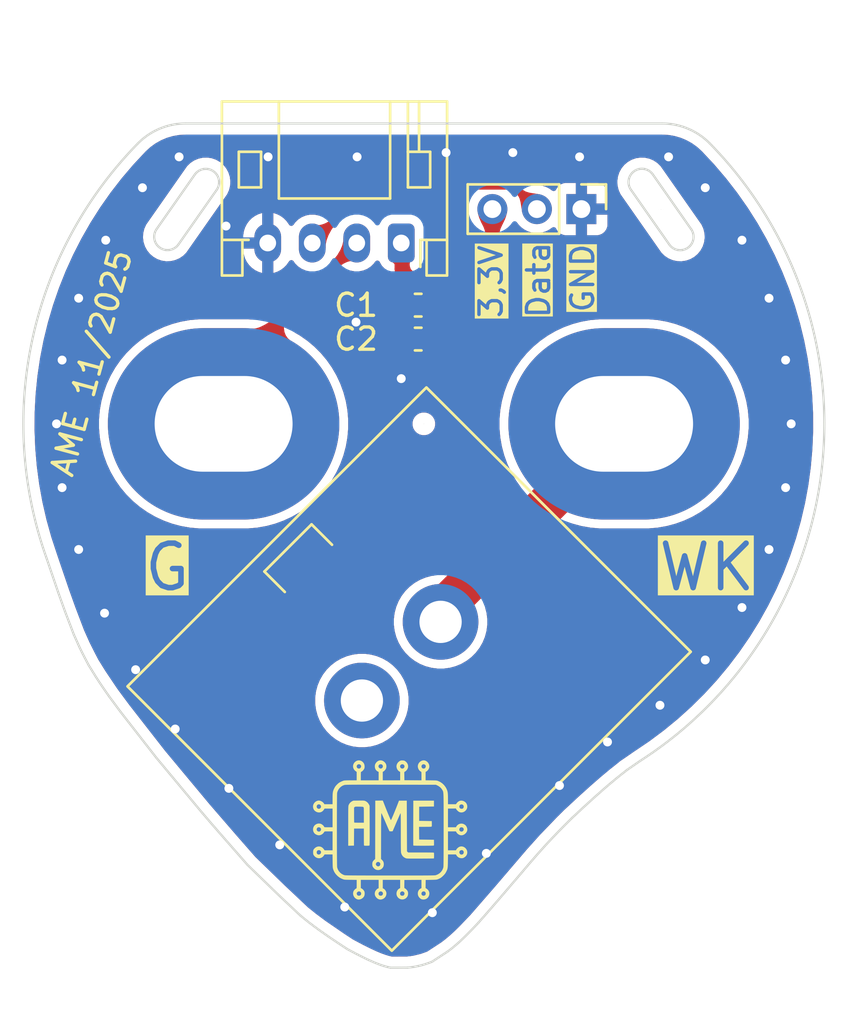
<source format=kicad_pcb>
(kicad_pcb (version 20241229) (generator "pcbnew") (generator_version "9.0")
  (layers (0 "F.Cu" signal) (2 "B.Cu" signal) (13 "F.Paste" user) (15 "B.Paste" user) (5 "F.SilkS" user "F.Silkscreen") (7 "B.SilkS" user "B.Silkscreen") (1 "F.Mask" user) (3 "B.Mask" user) (25 "Edge.Cuts" user))
  (net 0 "")
  (net 1 "GND")
  (net 2 "+3.3V")
  (net 3 "PRES_SENSE")
  (net 4 "Net-(J3-Pin_2)")
  (net 5 "TEMP_DQ")
  (footprint "MountingHole:MountingHole_4.3x6.2mm_M4_Pad" (layer "F.Cu") (at 91 100)
    (property "Reference" "H1" (hide yes))
    (property "Value" "G")
    (pad "1" thru_hole oval (at 0 0) (size 10.4 8.6) (drill oval 6.2 4.3) (layers "*.Cu" "*.Mask") (net 3 "PRES_SENSE"))
  )
  (footprint "myFoodprints:KFZ-2-POL-P5_DJ7021B-3.5-1121" (layer "F.Cu") (at 98.984 110.668 45)
    (property "Reference" "J3" (hide yes))
    (property "Value" "Conn_01x02_Pin")
    (pad "1" thru_hole circle (at -2.5 0 45) (size 3.4 3.4) (drill 1.9) (layers "*.Cu" "*.Mask"))
    (pad "2" thru_hole circle (at 2.5 0 45) (size 3.4 3.4) (drill 1.9) (layers "*.Cu" "*.Mask") (net 4 "Net-(J3-Pin_2)"))
  )
  (footprint "Capacitor_SMD:C_0603_1608Metric_Pad1.08x0.95mm_HandSolder" (layer "F.Cu") (at 99.746 96.19 180)
    (property "Reference" "C2" (at 2.794 0 0) (layer "F.SilkS"))
    (property "Value" "1μF")
    (pad "1" smd roundrect (at -0.8625 0 180) (size 1.075 0.95) (layers "F.Cu" "F.Mask" "F.Paste") (net 2 "+3.3V"))
    (pad "2" smd roundrect (at 0.8625 0 180) (size 1.075 0.95) (layers "F.Cu" "F.Mask" "F.Paste") (net 1 "GND"))
  )
  (footprint "AME-Logo:AME_logo_3_10mm" (layer "F.Cu") (at 98.476 118.288)
    (property "Reference" "G***" (hide yes))
    (property "Value" "LOGO" (hide yes))
  )
  (footprint "Connector_PinHeader_2.00mm:PinHeader_1x03_P2.00mm_Vertical" (layer "F.Cu") (at 107.08 90.348 -90)
    (property "Reference" "J2" (hide yes))
    (property "Value" "DS18B20")
    (pad "1" thru_hole rect (at 0 0 270) (size 1.35 1.35) (drill 0.8) (layers "*.Cu" "*.Mask") (net 1 "GND"))
    (pad "2" thru_hole circle (at 0 2 270) (size 1.35 1.35) (drill 0.8) (layers "*.Cu" "*.Mask") (net 5 "TEMP_DQ"))
    (pad "3" thru_hole circle (at 0 4 270) (size 1.35 1.35) (drill 0.8) (layers "*.Cu" "*.Mask") (net 2 "+3.3V"))
  )
  (footprint "Capacitor_SMD:C_0603_1608Metric_Pad1.08x0.95mm_HandSolder" (layer "F.Cu") (at 99.746 94.666 180)
    (property "Reference" "C1" (at 2.794 0 0) (layer "F.SilkS"))
    (property "Value" "100nF")
    (pad "1" smd roundrect (at -0.8625 0 180) (size 1.075 0.95) (layers "F.Cu" "F.Mask" "F.Paste") (net 2 "+3.3V"))
    (pad "2" smd roundrect (at 0.8625 0 180) (size 1.075 0.95) (layers "F.Cu" "F.Mask" "F.Paste") (net 1 "GND"))
  )
  (footprint "MountingHole:MountingHole_4.3x6.2mm_M4_Pad" (layer "F.Cu") (at 109 100)
    (property "Reference" "H2" (hide yes))
    (property "Value" "WK")
    (pad "1" thru_hole oval (at 0 0) (size 10.4 8.6) (drill oval 6.2 4.3) (layers "*.Cu" "*.Mask") (net 4 "Net-(J3-Pin_2)"))
  )
  (footprint "Connector_JST:JST_PH_S4B-PH-K_1x04_P2.00mm_Horizontal" (layer "F.Cu") (at 98.984 91.872 180)
    (property "Reference" "J1" (hide yes))
    (property "Value" "PressSensor")
    (pad "1" thru_hole roundrect (at 0 0 180) (size 1.2 1.75) (drill 0.75) (layers "*.Cu" "*.Mask") (roundrect_rratio 0.208333) (net 2 "+3.3V"))
    (pad "2" thru_hole oval (at 2 0 180) (size 1.2 1.75) (drill 0.75) (layers "*.Cu" "*.Mask") (net 3 "PRES_SENSE"))
    (pad "3" thru_hole oval (at 4 0 180) (size 1.2 1.75) (drill 0.75) (layers "*.Cu" "*.Mask") (net 5 "TEMP_DQ"))
    (pad "4" thru_hole oval (at 6 0 180) (size 1.2 1.75) (drill 0.75) (layers "*.Cu" "*.Mask") (net 1 "GND"))
  )
  (gr_curve (pts (xy 104.363207 120.209906) (xy 105.241717 119.169931) (xy 105.706955 118.653629) (xy 106.663207 117.709906)) (stroke (width 0.1)) (layer "Edge.Cuts"))
  (gr_line (start 109.307659 89.478196) (end 111.02839 91.935653) (stroke (width 0.1)) (layer "Edge.Cuts"))
  (gr_circle (center 110.659516 90.362779) (end 110.669516 90.362779) (stroke (width 0.0001)) (fill yes) (layer "Edge.Cuts"))
  (gr_arc (start 110.71214 86.5) (mid 111.874037 86.734138) (end 112.854571 87.4) (stroke (width 0.1)) (layer "Edge.Cuts"))
  (gr_line (start 100.375144 124.17032) (end 101.072425 123.714368) (stroke (width 0.1)) (layer "Edge.Cuts"))
  (gr_line (start 83.042224 106.036043) (end 83.575433 107.602047) (stroke (width 0.1)) (layer "Edge.Cuts"))
  (gr_line (start 85.268984 111.385414) (end 84.934076 110.845814) (stroke (width 0.1)) (layer "Edge.Cuts"))
  (gr_arc (start 112.854572 87.399999) (mid 117.887011 102.013674) (end 109.731372 115.142669) (stroke (width 0.1)) (layer "Edge.Cuts"))
  (gr_line (start 86.368414 112.94434) (end 85.857505 112.25501) (stroke (width 0.1)) (layer "Edge.Cuts"))
  (gr_curve (pts (xy 92.063207 119.809906) (xy 92.9375 120.659331) (xy 93.433938 121.153891) (xy 94.463207 122.109906)) (stroke (width 0.1)) (layer "Edge.Cuts"))
  (gr_line (start 109.731372 115.142669) (end 109.133758 115.55375) (stroke (width 0.1)) (layer "Edge.Cuts"))
  (gr_curve (pts (xy 90.063207 117.509906) (xy 90.511466 118.041055) (xy 90.981134 118.576041) (xy 92.063207 119.809906)) (stroke (width 0.1)) (layer "Edge.Cuts"))
  (gr_line (start 90.692339 89.478198) (end 88.97161 91.935653) (stroke (width 0.1)) (layer "Edge.Cuts"))
  (gr_arc (start 112.011375 91.247365) (mid 111.864035 92.082975) (end 111.02839 91.935653) (stroke (width 0.1)) (layer "Edge.Cuts"))
  (gr_line (start 89.287858 86.5) (end 110.71214 86.5) (stroke (width 0.1)) (layer "Edge.Cuts"))
  (gr_curve (pts (xy 101.072425 123.714368) (xy 101.419567 123.461628) (xy 101.763714 123.15936) (xy 102.463207 122.409906)) (stroke (width 0.1)) (layer "Edge.Cuts"))
  (gr_arc (start 88.971609 91.935652) (mid 88.135973 92.082998) (end 87.988627 91.247362) (stroke (width 0.1)) (layer "Edge.Cuts"))
  (gr_curve (pts (xy 84.524523 110.04223) (xy 84.655118 110.321301) (xy 84.8 110.586123) (xy 84.934076 110.845814)) (stroke (width 0.1)) (layer "Edge.Cuts"))
  (gr_line (start 112.011375 91.247365) (end 110.290642 88.789904) (stroke (width 0.1)) (layer "Edge.Cuts"))
  (gr_line (start 83.867028 108.416452) (end 84.267618 109.469839) (stroke (width 0.1)) (layer "Edge.Cuts"))
  (gr_curve (pts (xy 102.463207 122.409906) (xy 103.186656 121.593488) (xy 103.560941 121.14475) (xy 104.363207 120.209906)) (stroke (width 0.1)) (layer "Edge.Cuts"))
  (gr_arc (start 89.709356 88.789906) (mid 90.544994 88.64256) (end 90.692339 89.478198) (stroke (width 0.1)) (layer "Edge.Cuts"))
  (gr_circle (center 100 100) (end 100.01 100) (stroke (width 0.0001)) (fill yes) (layer "Edge.Cuts"))
  (gr_arc (start 109.307659 89.478196) (mid 109.455004 88.642559) (end 110.290642 88.789904) (stroke (width 0.1)) (layer "Edge.Cuts"))
  (gr_curve (pts (xy 99.268583 124.440315) (xy 99.649574 124.409442) (xy 100.017755 124.319021) (xy 100.375144 124.17032)) (stroke (width 0.1)) (layer "Edge.Cuts"))
  (gr_arc (start 87.145429 87.4) (mid 88.125962 86.734137) (end 89.287858 86.5) (stroke (width 0.1)) (layer "Edge.Cuts"))
  (gr_curve (pts (xy 94.463207 122.109906) (xy 94.947328 122.508753) (xy 95.4239 122.868337) (xy 96.563207 123.609906)) (stroke (width 0.1)) (layer "Edge.Cuts"))
  (gr_line (start 99.268583 124.440315) (end 98.493793 124.442512) (stroke (width 0.1)) (layer "Edge.Cuts"))
  (gr_curve (pts (xy 85.268984 111.385414) (xy 85.445566 111.661073) (xy 85.640404 111.94845) (xy 85.857505 112.25501)) (stroke (width 0.1)) (layer "Edge.Cuts"))
  (gr_line (start 83.867028 108.416452) (end 83.575433 107.602047) (stroke (width 0.1)) (layer "Edge.Cuts"))
  (gr_line (start 87.975187 115.00522) (end 90.063207 117.513018) (stroke (width 0.1)) (layer "Edge.Cuts"))
  (gr_line (start 87.988627 91.247362) (end 89.709356 88.789906) (stroke (width 0.1)) (layer "Edge.Cuts"))
  (gr_line (start 84.524523 110.04223) (end 84.267618 109.469839) (stroke (width 0.1)) (layer "Edge.Cuts"))
  (gr_line (start 86.368414 112.94434) (end 87.975187 115.00522) (stroke (width 0.1)) (layer "Edge.Cuts"))
  (gr_curve (pts (xy 106.663207 117.709906) (xy 107.875308 116.573499) (xy 108.483818 116.05954) (xy 109.133758 115.55375)) (stroke (width 0.1)) (layer "Edge.Cuts"))
  (gr_curve (pts (xy 96.563207 123.609906) (xy 97.661233 124.203945) (xy 98.085169 124.35302) (xy 98.493793 124.442512)) (stroke (width 0.1)) (layer "Edge.Cuts"))
  (gr_arc (start 83.042224 106.036043) (mid 82.421022 96.12966) (end 87.145429 87.4) (stroke (width 0.1)) (layer "Edge.Cuts"))
  (gr_text "Data" (at 105.7404 95.3264 90) (layer "F.SilkS" knockout) (effects (font (size 1 1) (thickness 0.153)) (justify left bottom)))
  (gr_text "WK" (at 110.414 107.62 0) (layer "F.SilkS" knockout) (effects (font (size 2 2) (thickness 0.25)) (justify left bottom)))
  (gr_text "G" (at 87.3 107.62 0) (layer "F.SilkS" knockout) (effects (font (size 2 2) (thickness 0.25)) (justify left bottom)))
  (gr_text "3,3V" (at 103.6068 95.3264 90) (layer "F.SilkS" knockout) (effects (font (size 1 1) (thickness 0.153)) (justify left bottom)))
  (gr_text "GND" (at 107.7216 95.0724 90) (layer "F.SilkS" knockout) (effects (font (size 1 1) (thickness 0.153)) (justify left bottom)))
  (gr_text "AME 11/2025" (at 84.252 102.54 75) (layer "F.SilkS") (effects (font (size 1 1)) (justify left bottom)))
  (via (at 108.255 114.298079) (size 0.8) (drill 0.4) (layers "F.Cu" "B.Cu") (net 1))
  (via (at 84.485675 105.646753) (size 0.8) (drill 0.4) (layers "F.Cu" "B.Cu") (net 1))
  (via (at 88.824 113.716) (size 0.8) (drill 0.4) (layers "F.Cu" "B.Cu") (net 1))
  (via (at 93.523 118.923) (size 0.8) (drill 0.4) (layers "F.Cu" "B.Cu") (net 1))
  (via (at 85.649 108.509) (size 0.8) (drill 0.4) (layers "F.Cu" "B.Cu") (net 1))
  (via (at 106.096 116.256) (size 0.8) (drill 0.4) (layers "F.Cu" "B.Cu") (net 1))
  (via (at 84.485675 94.353247) (size 0.8) (drill 0.4) (layers "F.Cu" "B.Cu") (net 1))
  (via (at 114.298079 108.255) (size 0.8) (drill 0.4) (layers "F.Cu" "B.Cu") (net 1))
  (via (at 110.612423 112.647394) (size 0.8) (drill 0.4) (layers "F.Cu" "B.Cu") (net 1))
  (via (at 87.352606 89.387577) (size 0.8) (drill 0.4) (layers "F.Cu" "B.Cu") (net 1))
  (via (at 91.11 91.11) (size 0.8) (drill 0.4) (layers "F.Cu" "B.Cu") (net 1))
  (via (at 104 87.808) (size 0.8) (drill 0.4) (layers "F.Cu" "B.Cu") (net 1))
  (via (at 115.514325 94.353247) (size 0.8) (drill 0.4) (layers "F.Cu" "B.Cu") (net 1))
  (via (at 93 88) (size 0.8) (drill 0.4) (layers "F.Cu" "B.Cu") (net 1))
  (via (at 116.259176 97.133069) (size 0.8) (drill 0.4) (layers "F.Cu" "B.Cu") (net 1))
  (via (at 83.740824 102.866931) (size 0.8) (drill 0.4) (layers "F.Cu" "B.Cu") (net 1))
  (via (at 112.647394 110.612423) (size 0.8) (drill 0.4) (layers "F.Cu" "B.Cu") (net 1))
  (via (at 102.808178 119.304) (size 0.8) (drill 0.4) (layers "F.Cu" "B.Cu") (net 1))
  (via (at 115.514325 105.646753) (size 0.8) (drill 0.4) (layers "F.Cu" "B.Cu") (net 1))
  (via (at 98.984 97.968) (size 0.8) (drill 0.4) (layers "F.Cu" "B.Cu") (net 1))
  (via (at 91.237 116.383) (size 0.8) (drill 0.4) (layers "F.Cu" "B.Cu") (net 1))
  (via (at 96.444 121.717) (size 0.8) (drill 0.4) (layers "F.Cu" "B.Cu") (net 1))
  (via (at 114.298079 91.745) (size 0.8) (drill 0.4) (layers "F.Cu" "B.Cu") (net 1))
  (via (at 100.381 121.971) (size 0.8) (drill 0.4) (layers "F.Cu" "B.Cu") (net 1))
  (via (at 97 88) (size 0.8) (drill 0.4) (layers "F.Cu" "B.Cu") (net 1))
  (via (at 87.046 111.049) (size 0.8) (drill 0.4) (layers "F.Cu" "B.Cu") (net 1))
  (via (at 112.647394 89.387577) (size 0.8) (drill 0.4) (layers "F.Cu" "B.Cu") (net 1))
  (via (at 83.740824 97.133069) (size 0.8) (drill 0.4) (layers "F.Cu" "B.Cu") (net 1))
  (via (at 85.701921 91.745) (size 0.8) (drill 0.4) (layers "F.Cu" "B.Cu") (net 1))
  (via (at 116.259176 102.866931) (size 0.8) (drill 0.4) (layers "F.Cu" "B.Cu") (net 1))
  (via (at 101 87.808) (size 0.8) (drill 0.4) (layers "F.Cu" "B.Cu") (net 1))
  (via (at 111 88) (size 0.8) (drill 0.4) (layers "F.Cu" "B.Cu") (net 1))
  (via (at 107 88) (size 0.8) (drill 0.4) (layers "F.Cu" "B.Cu") (net 1))
  (via (at 116.51 100) (size 0.8) (drill 0.4) (layers "F.Cu" "B.Cu") (net 1))
  (via (at 89 88) (size 0.8) (drill 0.4) (layers "F.Cu" "B.Cu") (net 1))
  (via (at 96.952 95.428) (size 0.8) (drill 0.4) (layers "F.Cu" "B.Cu") (net 1))
  (via (at 83.49 100) (size 0.8) (drill 0.4) (layers "F.Cu" "B.Cu") (net 1))
  (segment (start 98.984 91.872) (end 98.984 93.0415) (width 0.6) (layer "F.Cu") (net 2))
  (segment (start 98.984 93.0415) (end 100.6085 94.666) (width 0.6) (layer "F.Cu") (net 2))
  (segment (start 102.032 94.666) (end 103.08 93.618) (width 0.6) (layer "F.Cu") (net 2))
  (segment (start 100.6085 96.19) (end 100.6085 94.666) (width 0.6) (layer "F.Cu") (net 2))
  (segment (start 103.08 93.618) (end 103.08 90.348) (width 0.6) (layer "F.Cu") (net 2))
  (segment (start 100.6085 94.666) (end 102.032 94.666) (width 0.6) (layer "F.Cu") (net 2))
  (segment (start 93.65 100) (end 91 100) (width 0.4) (layer "F.Cu") (net 3))
  (segment (start 96.984 91.872) (end 91.253 97.603) (width 0.4) (layer "F.Cu") (net 3))
  (segment (start 91.253 97.603) (end 93.65 100) (width 0.4) (layer "F.Cu") (net 3))
  (segment (start 109 100.144) (end 100.751767 108.392233) (width 1.8) (layer "F.Cu") (net 4))
  (segment (start 109 100) (end 109 100.144) (width 1.8) (layer "F.Cu") (net 4))
  (segment (start 109 100) (end 109 102) (width 1.8) (layer "F.Cu") (net 4))
  (segment (start 100.751767 108.392233) (end 100.751767 108.900233) (width 1.8) (layer "F.Cu") (net 4))
  (segment (start 109 102) (end 110 103) (width 1.8) (layer "F.Cu") (net 4))
  (segment (start 109 100) (end 107.67 101.33) (width 1.8) (layer "B.Cu") (net 4))
  (segment (start 104.054 89.322) (end 105.08 90.348) (width 0.3) (layer "F.Cu") (net 5))
  (segment (start 94.984 91.872) (end 97.534 89.322) (width 0.3) (layer "F.Cu") (net 5))
  (segment (start 97.534 89.322) (end 104.054 89.322) (width 0.3) (layer "F.Cu") (net 5))
  (zone (net 1) (net_name "GND") (layers "F.Cu" "B.Cu") (connect_pads (clearance 0.4)) (min_thickness 0.25) (fill yes (thermal_gap 0.5) (thermal_bridge_width 0.5) (smoothing fillet) (radius 1))
    (polygon (pts (xy 80.95 80.95) (xy 81.458 126.924) (xy 119.558 126.924) (xy 119.05 80.95)))
  )
)
</source>
